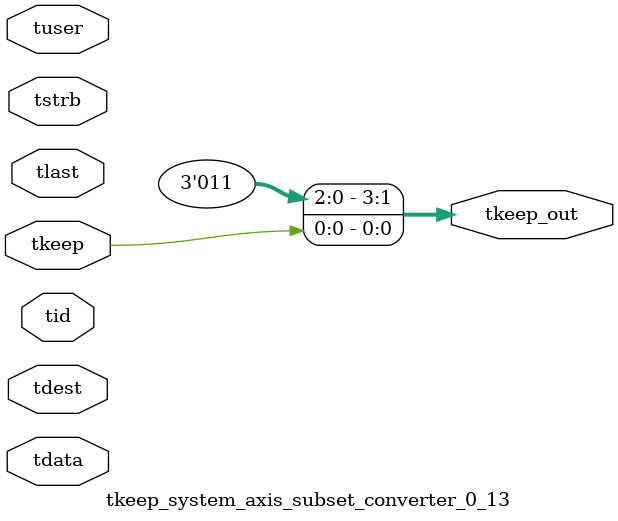
<source format=v>


`timescale 1ps/1ps

module tkeep_system_axis_subset_converter_0_13 #
(
parameter C_S_AXIS_TDATA_WIDTH = 32,
parameter C_S_AXIS_TUSER_WIDTH = 0,
parameter C_S_AXIS_TID_WIDTH   = 0,
parameter C_S_AXIS_TDEST_WIDTH = 0,
parameter C_M_AXIS_TDATA_WIDTH = 32
)
(
input  [(C_S_AXIS_TDATA_WIDTH == 0 ? 1 : C_S_AXIS_TDATA_WIDTH)-1:0     ] tdata,
input  [(C_S_AXIS_TUSER_WIDTH == 0 ? 1 : C_S_AXIS_TUSER_WIDTH)-1:0     ] tuser,
input  [(C_S_AXIS_TID_WIDTH   == 0 ? 1 : C_S_AXIS_TID_WIDTH)-1:0       ] tid,
input  [(C_S_AXIS_TDEST_WIDTH == 0 ? 1 : C_S_AXIS_TDEST_WIDTH)-1:0     ] tdest,
input  [(C_S_AXIS_TDATA_WIDTH/8)-1:0 ] tkeep,
input  [(C_S_AXIS_TDATA_WIDTH/8)-1:0 ] tstrb,
input                                                                    tlast,
output [(C_M_AXIS_TDATA_WIDTH/8)-1:0 ] tkeep_out
);

assign tkeep_out = {2'b11,tkeep[0:0]};

endmodule


</source>
